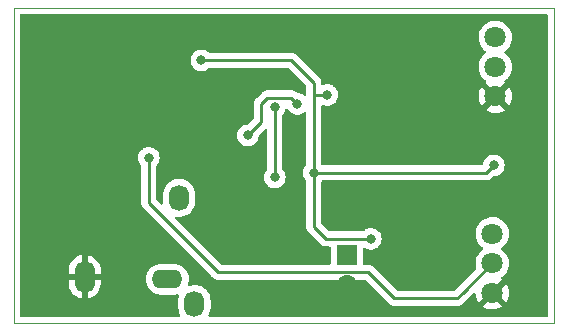
<source format=gbr>
G04 #@! TF.GenerationSoftware,KiCad,Pcbnew,(5.99.0-8616-g1e9639e89c)*
G04 #@! TF.CreationDate,2021-02-03T17:52:52+01:00*
G04 #@! TF.ProjectId,sinitsa,616c6c62-616e-4642-9e6b-696361645f70,rev?*
G04 #@! TF.SameCoordinates,Original*
G04 #@! TF.FileFunction,Copper,L2,Bot*
G04 #@! TF.FilePolarity,Positive*
%FSLAX46Y46*%
G04 Gerber Fmt 4.6, Leading zero omitted, Abs format (unit mm)*
G04 Created by KiCad (PCBNEW (5.99.0-8616-g1e9639e89c)) date 2021-02-03 17:52:52*
%MOMM*%
%LPD*%
G01*
G04 APERTURE LIST*
G04 #@! TA.AperFunction,Profile*
%ADD10C,0.050000*%
G04 #@! TD*
G04 #@! TA.AperFunction,ComponentPad*
%ADD11O,2.600000X1.600000*%
G04 #@! TD*
G04 #@! TA.AperFunction,ComponentPad*
%ADD12O,1.700000X2.200000*%
G04 #@! TD*
G04 #@! TA.AperFunction,ComponentPad*
%ADD13O,1.700000X2.700000*%
G04 #@! TD*
G04 #@! TA.AperFunction,ComponentPad*
%ADD14R,1.700000X1.700000*%
G04 #@! TD*
G04 #@! TA.AperFunction,ComponentPad*
%ADD15O,1.700000X1.700000*%
G04 #@! TD*
G04 #@! TA.AperFunction,ComponentPad*
%ADD16C,1.800000*%
G04 #@! TD*
G04 #@! TA.AperFunction,SMDPad,CuDef*
%ADD17R,5.080000X1.500000*%
G04 #@! TD*
G04 #@! TA.AperFunction,ViaPad*
%ADD18C,4.000000*%
G04 #@! TD*
G04 #@! TA.AperFunction,ViaPad*
%ADD19C,0.800000*%
G04 #@! TD*
G04 #@! TA.AperFunction,Conductor*
%ADD20C,0.250000*%
G04 #@! TD*
G04 APERTURE END LIST*
D10*
X96520000Y-105410000D02*
X96520000Y-132080000D01*
X142240000Y-105410000D02*
X142240000Y-132080000D01*
X96520000Y-132080000D02*
X142240000Y-132080000D01*
X142240000Y-105410000D02*
X96520000Y-105410000D01*
D11*
G04 #@! TO.P,J2,B,B*
G04 #@! TO.N,N/C*
X109517000Y-128384000D03*
D12*
G04 #@! TO.P,J2,R,R*
G04 #@! TO.N,Net-(C7-Pad2)*
X111817000Y-130484000D03*
D13*
G04 #@! TO.P,J2,S,S*
G04 #@! TO.N,GNDA*
X102517000Y-128184000D03*
D12*
G04 #@! TO.P,J2,T,T*
G04 #@! TO.N,Net-(C7-Pad2)*
X110517000Y-121484000D03*
G04 #@! TD*
D14*
G04 #@! TO.P,BAT1,1,Pin_1*
G04 #@! TO.N,Net-(BAT1-Pad1)*
X124714000Y-126365000D03*
D15*
G04 #@! TO.P,BAT1,2,Pin_2*
G04 #@! TO.N,GNDA*
X124714000Y-128905000D03*
G04 #@! TD*
D16*
G04 #@! TO.P,R18,1,1*
G04 #@! TO.N,GNDA*
X137287000Y-112903000D03*
G04 #@! TO.P,R18,2,2*
G04 #@! TO.N,Net-(R18-Pad2)*
X137287000Y-110403000D03*
G04 #@! TO.P,R18,3,3*
G04 #@! TO.N,Net-(C3-Pad1)*
X137287000Y-107903000D03*
G04 #@! TD*
G04 #@! TO.P,R20,1,1*
G04 #@! TO.N,GNDA*
X137033000Y-129540000D03*
G04 #@! TO.P,R20,2,2*
G04 #@! TO.N,Net-(L1-Pad1)*
X137033000Y-127040000D03*
G04 #@! TO.P,R20,3,3*
G04 #@! TO.N,Net-(R19-Pad2)*
X137033000Y-124540000D03*
G04 #@! TD*
D17*
G04 #@! TO.P,X1,2,Ext*
G04 #@! TO.N,GNDA*
X100330000Y-107510000D03*
X100330000Y-116010000D03*
G04 #@! TD*
D18*
G04 #@! TO.N,GNDA*
X106045000Y-109220000D03*
D19*
X140970000Y-106680000D03*
X120396000Y-130556000D03*
X139065000Y-120650000D03*
X121920000Y-106680000D03*
X111760000Y-106680000D03*
D18*
X132080000Y-110490000D03*
D19*
X107950000Y-111125000D03*
X127000000Y-106680000D03*
X128905000Y-121285000D03*
D18*
X132080000Y-127000000D03*
D19*
X106680000Y-106680000D03*
X101600000Y-118745000D03*
X119380000Y-111760000D03*
X140970000Y-125730000D03*
X114935000Y-121920000D03*
X114300000Y-129540000D03*
X106680000Y-121920000D03*
X116840000Y-106680000D03*
X132080000Y-106680000D03*
X101600000Y-121920000D03*
X125730000Y-116840000D03*
X129413000Y-113030000D03*
X110490000Y-118110000D03*
G04 #@! TO.N,+9V*
X121920000Y-119380000D03*
X123063000Y-112776000D03*
X137160000Y-118745000D03*
X112395000Y-109855000D03*
X126746000Y-124968000D03*
G04 #@! TO.N,Net-(C9-Pad2)*
X116332000Y-116205000D03*
X120523000Y-113538000D03*
G04 #@! TO.N,Net-(C10-Pad2)*
X118618000Y-113792000D03*
X118618000Y-119761000D03*
G04 #@! TO.N,Net-(L1-Pad1)*
X107950000Y-118110000D03*
G04 #@! TD*
D20*
G04 #@! TO.N,+9V*
X123063000Y-112776000D02*
X121920000Y-112776000D01*
X137160000Y-118745000D02*
X136525000Y-119380000D01*
X120015000Y-109855000D02*
X112395000Y-109855000D01*
X121920000Y-123952000D02*
X121920000Y-119380000D01*
X121920000Y-112776000D02*
X121920000Y-111760000D01*
X122936000Y-124968000D02*
X121920000Y-123952000D01*
X136525000Y-119380000D02*
X121920000Y-119380000D01*
X121920000Y-111760000D02*
X120015000Y-109855000D01*
X121920000Y-119380000D02*
X121920000Y-112776000D01*
X126746000Y-124968000D02*
X122936000Y-124968000D01*
G04 #@! TO.N,Net-(C9-Pad2)*
X117475000Y-115062000D02*
X117475000Y-113538000D01*
X116332000Y-116205000D02*
X117475000Y-115062000D01*
X117475000Y-113538000D02*
X117983000Y-113030000D01*
X117983000Y-113030000D02*
X120015000Y-113030000D01*
X120015000Y-113030000D02*
X120523000Y-113538000D01*
G04 #@! TO.N,Net-(C10-Pad2)*
X118618000Y-119761000D02*
X118618000Y-113792000D01*
G04 #@! TO.N,Net-(L1-Pad1)*
X134620000Y-129453000D02*
X134533000Y-129540000D01*
X107950000Y-121920000D02*
X107950000Y-118110000D01*
X134065999Y-130007001D02*
X128737001Y-130007001D01*
X134533000Y-129540000D02*
X134065999Y-130007001D01*
X128737001Y-130007001D02*
X126532999Y-127802999D01*
X113832999Y-127802999D02*
X107950000Y-121920000D01*
X126532999Y-127802999D02*
X113832999Y-127802999D01*
X137033000Y-127040000D02*
X134620000Y-129453000D01*
G04 #@! TD*
G04 #@! TA.AperFunction,Conductor*
G04 #@! TO.N,GNDA*
G36*
X141674121Y-105938002D02*
G01*
X141720614Y-105991658D01*
X141732000Y-106044000D01*
X141732000Y-131446000D01*
X141711998Y-131514121D01*
X141658342Y-131560614D01*
X141606000Y-131572000D01*
X113120002Y-131572000D01*
X113051881Y-131551998D01*
X113005388Y-131498342D01*
X112995284Y-131428068D01*
X113010500Y-131383668D01*
X113052112Y-131310566D01*
X113054755Y-131305923D01*
X113133422Y-131089198D01*
X113174449Y-130862317D01*
X113175500Y-130840030D01*
X113175500Y-130699193D01*
X136238636Y-130699193D01*
X136244708Y-130707305D01*
X136376034Y-130790486D01*
X136385480Y-130795403D01*
X136596128Y-130883304D01*
X136606256Y-130886555D01*
X136828701Y-130937706D01*
X136839240Y-130939206D01*
X137067119Y-130952146D01*
X137077762Y-130951849D01*
X137304563Y-130926209D01*
X137314998Y-130924125D01*
X137534256Y-130860631D01*
X137544173Y-130856824D01*
X137749598Y-130757296D01*
X137758736Y-130751870D01*
X137818022Y-130709505D01*
X137826425Y-130698782D01*
X137819446Y-130685657D01*
X137045811Y-129912021D01*
X137031868Y-129904408D01*
X137030034Y-129904539D01*
X137023420Y-129908790D01*
X136245393Y-130686818D01*
X136238636Y-130699193D01*
X113175500Y-130699193D01*
X113175500Y-130175072D01*
X113163166Y-130029706D01*
X113161458Y-130009576D01*
X113161457Y-130009572D01*
X113161007Y-130004265D01*
X113156669Y-129987549D01*
X113110563Y-129809912D01*
X113103084Y-129781098D01*
X113088785Y-129749354D01*
X113010578Y-129575743D01*
X113010577Y-129575741D01*
X113008388Y-129570882D01*
X113003863Y-129564160D01*
X112886745Y-129390199D01*
X112879627Y-129379626D01*
X112843736Y-129342002D01*
X112756630Y-129250692D01*
X112720482Y-129212799D01*
X112535504Y-129075171D01*
X112530753Y-129072755D01*
X112530749Y-129072753D01*
X112334740Y-128973097D01*
X112334739Y-128973097D01*
X112329982Y-128970678D01*
X112192566Y-128928009D01*
X112114895Y-128903891D01*
X112114889Y-128903890D01*
X112109792Y-128902307D01*
X112004798Y-128888391D01*
X111886515Y-128872714D01*
X111886510Y-128872714D01*
X111881230Y-128872014D01*
X111875900Y-128872214D01*
X111875899Y-128872214D01*
X111766030Y-128876339D01*
X111650831Y-128880663D01*
X111425184Y-128928009D01*
X111423628Y-128928624D01*
X111353733Y-128929039D01*
X111293780Y-128891010D01*
X111263904Y-128826605D01*
X111266806Y-128775323D01*
X111309121Y-128617402D01*
X111309121Y-128617400D01*
X111310545Y-128612087D01*
X111330500Y-128384000D01*
X111310545Y-128155913D01*
X111254483Y-127946689D01*
X111252709Y-127940067D01*
X111252708Y-127940065D01*
X111251286Y-127934757D01*
X111240621Y-127911885D01*
X111156850Y-127732237D01*
X111156847Y-127732232D01*
X111154524Y-127727250D01*
X111084842Y-127627733D01*
X111026358Y-127544209D01*
X111026356Y-127544206D01*
X111023199Y-127539698D01*
X110861302Y-127377801D01*
X110856794Y-127374644D01*
X110856791Y-127374642D01*
X110678259Y-127249633D01*
X110678257Y-127249632D01*
X110673750Y-127246476D01*
X110668768Y-127244153D01*
X110668763Y-127244150D01*
X110471225Y-127152037D01*
X110471224Y-127152036D01*
X110466243Y-127149714D01*
X110460935Y-127148292D01*
X110460933Y-127148291D01*
X110250402Y-127091879D01*
X110250400Y-127091879D01*
X110245087Y-127090455D01*
X110145522Y-127081744D01*
X110076874Y-127075738D01*
X110076867Y-127075738D01*
X110074150Y-127075500D01*
X108959850Y-127075500D01*
X108957133Y-127075738D01*
X108957126Y-127075738D01*
X108888478Y-127081744D01*
X108788913Y-127090455D01*
X108783600Y-127091879D01*
X108783598Y-127091879D01*
X108573067Y-127148291D01*
X108573065Y-127148292D01*
X108567757Y-127149714D01*
X108562776Y-127152036D01*
X108562775Y-127152037D01*
X108365237Y-127244150D01*
X108365232Y-127244153D01*
X108360250Y-127246476D01*
X108355743Y-127249632D01*
X108355741Y-127249633D01*
X108177209Y-127374642D01*
X108177206Y-127374644D01*
X108172698Y-127377801D01*
X108010801Y-127539698D01*
X108007644Y-127544206D01*
X108007642Y-127544209D01*
X107949158Y-127627733D01*
X107879476Y-127727250D01*
X107877153Y-127732232D01*
X107877150Y-127732237D01*
X107793379Y-127911885D01*
X107782714Y-127934757D01*
X107781292Y-127940065D01*
X107781291Y-127940067D01*
X107779517Y-127946689D01*
X107723455Y-128155913D01*
X107703500Y-128384000D01*
X107723455Y-128612087D01*
X107724879Y-128617400D01*
X107724879Y-128617402D01*
X107778189Y-128816354D01*
X107782714Y-128833243D01*
X107785036Y-128838224D01*
X107785037Y-128838225D01*
X107877150Y-129035763D01*
X107877153Y-129035768D01*
X107879476Y-129040750D01*
X107882632Y-129045257D01*
X107882633Y-129045259D01*
X107999946Y-129212799D01*
X108010801Y-129228302D01*
X108172698Y-129390199D01*
X108177206Y-129393356D01*
X108177209Y-129393358D01*
X108272584Y-129460140D01*
X108360250Y-129521524D01*
X108365232Y-129523847D01*
X108365237Y-129523850D01*
X108562775Y-129615963D01*
X108567757Y-129618286D01*
X108573065Y-129619708D01*
X108573067Y-129619709D01*
X108783598Y-129676121D01*
X108783600Y-129676121D01*
X108788913Y-129677545D01*
X108888478Y-129686256D01*
X108957126Y-129692262D01*
X108957133Y-129692262D01*
X108959850Y-129692500D01*
X110074150Y-129692500D01*
X110076867Y-129692262D01*
X110076874Y-129692262D01*
X110145522Y-129686256D01*
X110245087Y-129677545D01*
X110250400Y-129676121D01*
X110250402Y-129676121D01*
X110375480Y-129642606D01*
X110446456Y-129644296D01*
X110505252Y-129684090D01*
X110533200Y-129749354D01*
X110526530Y-129807303D01*
X110514946Y-129839218D01*
X110500578Y-129878802D01*
X110499629Y-129884051D01*
X110499628Y-129884054D01*
X110495924Y-129904539D01*
X110459551Y-130105683D01*
X110458500Y-130127970D01*
X110458500Y-130792928D01*
X110462497Y-130840030D01*
X110472010Y-130952146D01*
X110472993Y-130963735D01*
X110530916Y-131186902D01*
X110619554Y-131383668D01*
X110624320Y-131394249D01*
X110634061Y-131464574D01*
X110604236Y-131529002D01*
X110544313Y-131567077D01*
X110509438Y-131572000D01*
X97154000Y-131572000D01*
X97085879Y-131551998D01*
X97039386Y-131498342D01*
X97028000Y-131446000D01*
X97028000Y-128451548D01*
X101159000Y-128451548D01*
X101159000Y-128740267D01*
X101159225Y-128745576D01*
X101173035Y-128908331D01*
X101174827Y-128918819D01*
X101230048Y-129131573D01*
X101233580Y-129141601D01*
X101323853Y-129342002D01*
X101329033Y-129351308D01*
X101451782Y-129533634D01*
X101458443Y-129541920D01*
X101610170Y-129700970D01*
X101618127Y-129708010D01*
X101794477Y-129839218D01*
X101803514Y-129844822D01*
X101999450Y-129944441D01*
X102009301Y-129948441D01*
X102219222Y-130013622D01*
X102229604Y-130015905D01*
X102245041Y-130017951D01*
X102259208Y-130015754D01*
X102263000Y-130002570D01*
X102263000Y-128456115D01*
X102261659Y-128451548D01*
X102771000Y-128451548D01*
X102771000Y-130000283D01*
X102774973Y-130013814D01*
X102785580Y-130015339D01*
X102903446Y-129990609D01*
X102913642Y-129987549D01*
X103118068Y-129906818D01*
X103127604Y-129902084D01*
X103315514Y-129788058D01*
X103324104Y-129781794D01*
X103490116Y-129637736D01*
X103497536Y-129630105D01*
X103636900Y-129460140D01*
X103642925Y-129451373D01*
X103751658Y-129260356D01*
X103756123Y-129250692D01*
X103831118Y-129044084D01*
X103833889Y-129033816D01*
X103873212Y-128816354D01*
X103874147Y-128808124D01*
X103874930Y-128791514D01*
X103875000Y-128788539D01*
X103875000Y-128456115D01*
X103870525Y-128440876D01*
X103869135Y-128439671D01*
X103861452Y-128438000D01*
X102789115Y-128438000D01*
X102773876Y-128442475D01*
X102772671Y-128443865D01*
X102771000Y-128451548D01*
X102261659Y-128451548D01*
X102258525Y-128440876D01*
X102257135Y-128439671D01*
X102249452Y-128438000D01*
X101177115Y-128438000D01*
X101161876Y-128442475D01*
X101160671Y-128443865D01*
X101159000Y-128451548D01*
X97028000Y-128451548D01*
X97028000Y-127579461D01*
X101159000Y-127579461D01*
X101159000Y-127911885D01*
X101163475Y-127927124D01*
X101164865Y-127928329D01*
X101172548Y-127930000D01*
X102244885Y-127930000D01*
X102260124Y-127925525D01*
X102261329Y-127924135D01*
X102263000Y-127916452D01*
X102263000Y-126367717D01*
X102262328Y-126365430D01*
X102771000Y-126365430D01*
X102771000Y-127911885D01*
X102775475Y-127927124D01*
X102776865Y-127928329D01*
X102784548Y-127930000D01*
X103856885Y-127930000D01*
X103872124Y-127925525D01*
X103873329Y-127924135D01*
X103875000Y-127916452D01*
X103875000Y-127627733D01*
X103874775Y-127622424D01*
X103860965Y-127459669D01*
X103859173Y-127449181D01*
X103803952Y-127236427D01*
X103800420Y-127226399D01*
X103710147Y-127025998D01*
X103704967Y-127016692D01*
X103582218Y-126834366D01*
X103575557Y-126826080D01*
X103423830Y-126667030D01*
X103415873Y-126659990D01*
X103239523Y-126528782D01*
X103230486Y-126523178D01*
X103034550Y-126423559D01*
X103024699Y-126419559D01*
X102814778Y-126354378D01*
X102804396Y-126352095D01*
X102788959Y-126350049D01*
X102774792Y-126352246D01*
X102771000Y-126365430D01*
X102262328Y-126365430D01*
X102259027Y-126354186D01*
X102248420Y-126352661D01*
X102130554Y-126377391D01*
X102120358Y-126380451D01*
X101915932Y-126461182D01*
X101906396Y-126465916D01*
X101718486Y-126579942D01*
X101709896Y-126586206D01*
X101543884Y-126730264D01*
X101536464Y-126737895D01*
X101397100Y-126907860D01*
X101391075Y-126916627D01*
X101282342Y-127107644D01*
X101277877Y-127117308D01*
X101202882Y-127323916D01*
X101200111Y-127334184D01*
X101160788Y-127551646D01*
X101159853Y-127559876D01*
X101159070Y-127576486D01*
X101159000Y-127579461D01*
X97028000Y-127579461D01*
X97028000Y-118110000D01*
X107036500Y-118110000D01*
X107056462Y-118299927D01*
X107115476Y-118481554D01*
X107210963Y-118646942D01*
X107215381Y-118651849D01*
X107215382Y-118651850D01*
X107284136Y-118728209D01*
X107314854Y-118792216D01*
X107316500Y-118812519D01*
X107316500Y-121841616D01*
X107315986Y-121852520D01*
X107314334Y-121859911D01*
X107314583Y-121867837D01*
X107314583Y-121867838D01*
X107316438Y-121926866D01*
X107316500Y-121930823D01*
X107316500Y-121959578D01*
X107316996Y-121963503D01*
X107316996Y-121963504D01*
X107317039Y-121963843D01*
X107317972Y-121975687D01*
X107319361Y-122019883D01*
X107321573Y-122027495D01*
X107325012Y-122039333D01*
X107329022Y-122058695D01*
X107331560Y-122078788D01*
X107334476Y-122086153D01*
X107334477Y-122086157D01*
X107347837Y-122119901D01*
X107351681Y-122131128D01*
X107364014Y-122173578D01*
X107368052Y-122180406D01*
X107374323Y-122191011D01*
X107383019Y-122208762D01*
X107387558Y-122220226D01*
X107390478Y-122227600D01*
X107395139Y-122234015D01*
X107416465Y-122263367D01*
X107422983Y-122273290D01*
X107445486Y-122311341D01*
X107445855Y-122311759D01*
X107459938Y-122325842D01*
X107472772Y-122340867D01*
X107484554Y-122357083D01*
X107518335Y-122385029D01*
X107527115Y-122393019D01*
X113329608Y-128195512D01*
X113336968Y-128203600D01*
X113341026Y-128209994D01*
X113346803Y-128215419D01*
X113389877Y-128255868D01*
X113392719Y-128258623D01*
X113413033Y-128278937D01*
X113416444Y-128281582D01*
X113425464Y-128289286D01*
X113457698Y-128319556D01*
X113464642Y-128323373D01*
X113464644Y-128323375D01*
X113475452Y-128329317D01*
X113491976Y-128340171D01*
X113507976Y-128352582D01*
X113515247Y-128355729D01*
X113515248Y-128355729D01*
X113548550Y-128370140D01*
X113559206Y-128375361D01*
X113597951Y-128396661D01*
X113605634Y-128398633D01*
X113605635Y-128398634D01*
X113617567Y-128401698D01*
X113636271Y-128408102D01*
X113647584Y-128412998D01*
X113647591Y-128413000D01*
X113654863Y-128416147D01*
X113662687Y-128417386D01*
X113662690Y-128417387D01*
X113698534Y-128423064D01*
X113710155Y-128425471D01*
X113747217Y-128434986D01*
X113752974Y-128436464D01*
X113753530Y-128436499D01*
X113773451Y-128436499D01*
X113793161Y-128438050D01*
X113805113Y-128439943D01*
X113805114Y-128439943D01*
X113812943Y-128441183D01*
X113820835Y-128440437D01*
X113828938Y-128439671D01*
X113856582Y-128437058D01*
X113868439Y-128436499D01*
X126218405Y-128436499D01*
X126286526Y-128456501D01*
X126307500Y-128473404D01*
X128233610Y-130399514D01*
X128240970Y-130407602D01*
X128245028Y-130413996D01*
X128250805Y-130419421D01*
X128293879Y-130459870D01*
X128296721Y-130462625D01*
X128317035Y-130482939D01*
X128320167Y-130485368D01*
X128320171Y-130485372D01*
X128320443Y-130485583D01*
X128329470Y-130493292D01*
X128361700Y-130523558D01*
X128379459Y-130533321D01*
X128395966Y-130544164D01*
X128411978Y-130556585D01*
X128419255Y-130559734D01*
X128452552Y-130574143D01*
X128463212Y-130579365D01*
X128495011Y-130596847D01*
X128495014Y-130596848D01*
X128501953Y-130600663D01*
X128521573Y-130605701D01*
X128540265Y-130612100D01*
X128558866Y-130620149D01*
X128566693Y-130621389D01*
X128566694Y-130621389D01*
X128602532Y-130627065D01*
X128614155Y-130629472D01*
X128656976Y-130640466D01*
X128657532Y-130640501D01*
X128677448Y-130640501D01*
X128697158Y-130642052D01*
X128716946Y-130645186D01*
X128724838Y-130644440D01*
X128760594Y-130641060D01*
X128772452Y-130640501D01*
X133987615Y-130640501D01*
X133998519Y-130641015D01*
X134005910Y-130642667D01*
X134013836Y-130642418D01*
X134013837Y-130642418D01*
X134072865Y-130640563D01*
X134076822Y-130640501D01*
X134105577Y-130640501D01*
X134109844Y-130639962D01*
X134121686Y-130639029D01*
X134153334Y-130638034D01*
X134157959Y-130637889D01*
X134165882Y-130637640D01*
X134185333Y-130631989D01*
X134204694Y-130627979D01*
X134207419Y-130627635D01*
X134216929Y-130626434D01*
X134216932Y-130626433D01*
X134224787Y-130625441D01*
X134232152Y-130622525D01*
X134232156Y-130622524D01*
X134265900Y-130609164D01*
X134277129Y-130605319D01*
X134286378Y-130602632D01*
X134319577Y-130592987D01*
X134326405Y-130588949D01*
X134337010Y-130582678D01*
X134354761Y-130573982D01*
X134366225Y-130569443D01*
X134366228Y-130569441D01*
X134373599Y-130566523D01*
X134409367Y-130540536D01*
X134419290Y-130534017D01*
X134430525Y-130527373D01*
X134457340Y-130511515D01*
X134457758Y-130511146D01*
X134471841Y-130497063D01*
X134486866Y-130484229D01*
X134503082Y-130472447D01*
X134531029Y-130438665D01*
X134539018Y-130429886D01*
X135409194Y-129559710D01*
X135471506Y-129525684D01*
X135542321Y-129530749D01*
X135599157Y-129573296D01*
X135623935Y-129639362D01*
X135624826Y-129651215D01*
X135661124Y-129876574D01*
X135663695Y-129886883D01*
X135737445Y-130102903D01*
X135741719Y-130112639D01*
X135850809Y-130313140D01*
X135856664Y-130322020D01*
X135860923Y-130327422D01*
X135872848Y-130335893D01*
X135884382Y-130329407D01*
X136672658Y-129541132D01*
X137397408Y-129541132D01*
X137397539Y-129542966D01*
X137401790Y-129549580D01*
X138179057Y-130326846D01*
X138190844Y-130333282D01*
X138202839Y-130324010D01*
X138251156Y-130255135D01*
X138256505Y-130245944D01*
X138354233Y-130039666D01*
X138357957Y-130029706D01*
X138419531Y-129809912D01*
X138421526Y-129799456D01*
X138445432Y-129570076D01*
X138445768Y-129564160D01*
X138445972Y-129542963D01*
X138445750Y-129537052D01*
X138426250Y-129307236D01*
X138424460Y-129296764D01*
X138367116Y-129075827D01*
X138363581Y-129065787D01*
X138269832Y-128857674D01*
X138264661Y-128848383D01*
X138202018Y-128755336D01*
X138192012Y-128747032D01*
X138177954Y-128754257D01*
X137405021Y-129527189D01*
X137397408Y-129541132D01*
X136672658Y-129541132D01*
X137033000Y-129180790D01*
X137820454Y-128393335D01*
X137827183Y-128381013D01*
X137817935Y-128368697D01*
X137793027Y-128302213D01*
X137808017Y-128232817D01*
X137845434Y-128190527D01*
X137949117Y-128116434D01*
X138117388Y-127946689D01*
X138133210Y-127924135D01*
X138251588Y-127755387D01*
X138251589Y-127755385D01*
X138254652Y-127751019D01*
X138356986Y-127535018D01*
X138421463Y-127304863D01*
X138424401Y-127276681D01*
X138445933Y-127070083D01*
X138445933Y-127070080D01*
X138446240Y-127067136D01*
X138446373Y-127053306D01*
X138446472Y-127042962D01*
X138446472Y-127042954D01*
X138446500Y-127040000D01*
X138426292Y-126801840D01*
X138409695Y-126737895D01*
X138367586Y-126575655D01*
X138367584Y-126575650D01*
X138366245Y-126570490D01*
X138308577Y-126442472D01*
X138270267Y-126357426D01*
X138270266Y-126357423D01*
X138268077Y-126352565D01*
X138134594Y-126154296D01*
X137969613Y-125981351D01*
X137965340Y-125978172D01*
X137965330Y-125978163D01*
X137848023Y-125890885D01*
X137805309Y-125834175D01*
X137800036Y-125763374D01*
X137833878Y-125700963D01*
X137849977Y-125687282D01*
X137944764Y-125619546D01*
X137944773Y-125619538D01*
X137949117Y-125616434D01*
X138051925Y-125512725D01*
X138113635Y-125450475D01*
X138113636Y-125450474D01*
X138117388Y-125446689D01*
X138254652Y-125251019D01*
X138356986Y-125035018D01*
X138421463Y-124804863D01*
X138438023Y-124645982D01*
X138445933Y-124570083D01*
X138445933Y-124570080D01*
X138446240Y-124567136D01*
X138446500Y-124540000D01*
X138426292Y-124301840D01*
X138413415Y-124252226D01*
X138367586Y-124075655D01*
X138367584Y-124075650D01*
X138366245Y-124070490D01*
X138268077Y-123852565D01*
X138134594Y-123654296D01*
X137969613Y-123481351D01*
X137777852Y-123338677D01*
X137773101Y-123336261D01*
X137773097Y-123336259D01*
X137569549Y-123232770D01*
X137569548Y-123232770D01*
X137564793Y-123230352D01*
X137336528Y-123159474D01*
X137315210Y-123156648D01*
X137104868Y-123128769D01*
X137104865Y-123128769D01*
X137099585Y-123128069D01*
X137094256Y-123128269D01*
X137094255Y-123128269D01*
X136997684Y-123131895D01*
X136860738Y-123137036D01*
X136774316Y-123155169D01*
X136632043Y-123185021D01*
X136632040Y-123185022D01*
X136626816Y-123186118D01*
X136404508Y-123273911D01*
X136399944Y-123276680D01*
X136399945Y-123276680D01*
X136204732Y-123395138D01*
X136204729Y-123395140D01*
X136200171Y-123397906D01*
X136019647Y-123554557D01*
X136016264Y-123558683D01*
X136016259Y-123558688D01*
X135937866Y-123654296D01*
X135868098Y-123739385D01*
X135749857Y-123947104D01*
X135668304Y-124171777D01*
X135667355Y-124177025D01*
X135645553Y-124297595D01*
X135625773Y-124406978D01*
X135625722Y-124412318D01*
X135624525Y-124537052D01*
X135623479Y-124645982D01*
X135624328Y-124651252D01*
X135624328Y-124651254D01*
X135649070Y-124804863D01*
X135661487Y-124881957D01*
X135663212Y-124887009D01*
X135663212Y-124887010D01*
X135711989Y-125029881D01*
X135738711Y-125108153D01*
X135852943Y-125318105D01*
X136000916Y-125505807D01*
X136178399Y-125665895D01*
X136182913Y-125668754D01*
X136204450Y-125682396D01*
X136251294Y-125735745D01*
X136261860Y-125805951D01*
X136232791Y-125870724D01*
X136208557Y-125891316D01*
X136209049Y-125891990D01*
X136204733Y-125895137D01*
X136200171Y-125897906D01*
X136019647Y-126054557D01*
X136016264Y-126058683D01*
X136016259Y-126058688D01*
X135937866Y-126154296D01*
X135868098Y-126239385D01*
X135749857Y-126447104D01*
X135668304Y-126671777D01*
X135625773Y-126906978D01*
X135624720Y-127016692D01*
X135623608Y-127132594D01*
X135623479Y-127145982D01*
X135624328Y-127151252D01*
X135624328Y-127151254D01*
X135660309Y-127374642D01*
X135661487Y-127381957D01*
X135663212Y-127387009D01*
X135663212Y-127387010D01*
X135670139Y-127407299D01*
X135673219Y-127478228D01*
X135639992Y-127537104D01*
X134228271Y-128948825D01*
X134228241Y-128948854D01*
X134141241Y-129035855D01*
X133840500Y-129336596D01*
X133778188Y-129370621D01*
X133751404Y-129373501D01*
X129051596Y-129373501D01*
X128983475Y-129353499D01*
X128962501Y-129336596D01*
X127036390Y-127410486D01*
X127029030Y-127402398D01*
X127024972Y-127396004D01*
X127004403Y-127376688D01*
X126976121Y-127350130D01*
X126973279Y-127347375D01*
X126952965Y-127327061D01*
X126949554Y-127324416D01*
X126940532Y-127316710D01*
X126933383Y-127309996D01*
X126908300Y-127286442D01*
X126901356Y-127282625D01*
X126901354Y-127282623D01*
X126890546Y-127276681D01*
X126874022Y-127265827D01*
X126864285Y-127258274D01*
X126864284Y-127258274D01*
X126858022Y-127253416D01*
X126817446Y-127235857D01*
X126806789Y-127230636D01*
X126799082Y-127226399D01*
X126768047Y-127209337D01*
X126760364Y-127207365D01*
X126760363Y-127207364D01*
X126748431Y-127204300D01*
X126729727Y-127197896D01*
X126718414Y-127193000D01*
X126718407Y-127192998D01*
X126711135Y-127189851D01*
X126703311Y-127188612D01*
X126703308Y-127188611D01*
X126667464Y-127182934D01*
X126655843Y-127180527D01*
X126618781Y-127171012D01*
X126618780Y-127171012D01*
X126613024Y-127169534D01*
X126612468Y-127169499D01*
X126592547Y-127169499D01*
X126572837Y-127167948D01*
X126560885Y-127166055D01*
X126560884Y-127166055D01*
X126553055Y-127164815D01*
X126545163Y-127165561D01*
X126509417Y-127168940D01*
X126497559Y-127169499D01*
X126203500Y-127169499D01*
X126135379Y-127149497D01*
X126088886Y-127095841D01*
X126077500Y-127043499D01*
X126077500Y-125852557D01*
X126097502Y-125784436D01*
X126151158Y-125737943D01*
X126221432Y-125727839D01*
X126277563Y-125750623D01*
X126283906Y-125755232D01*
X126283908Y-125755233D01*
X126289250Y-125759114D01*
X126295278Y-125761798D01*
X126295280Y-125761799D01*
X126457682Y-125834105D01*
X126463713Y-125836790D01*
X126557113Y-125856643D01*
X126644056Y-125875124D01*
X126644061Y-125875124D01*
X126650513Y-125876496D01*
X126841487Y-125876496D01*
X126847939Y-125875124D01*
X126847944Y-125875124D01*
X126934887Y-125856643D01*
X127028287Y-125836790D01*
X127034318Y-125834105D01*
X127196720Y-125761799D01*
X127196722Y-125761798D01*
X127202750Y-125759114D01*
X127246263Y-125727500D01*
X127351907Y-125650746D01*
X127351909Y-125650744D01*
X127357251Y-125646863D01*
X127384649Y-125616434D01*
X127480618Y-125509850D01*
X127480619Y-125509849D01*
X127485037Y-125504942D01*
X127580524Y-125339554D01*
X127639538Y-125157927D01*
X127644770Y-125108153D01*
X127658810Y-124974565D01*
X127659500Y-124968000D01*
X127639538Y-124778073D01*
X127580524Y-124596446D01*
X127485037Y-124431058D01*
X127479600Y-124425019D01*
X127361673Y-124294048D01*
X127361672Y-124294047D01*
X127357251Y-124289137D01*
X127351909Y-124285256D01*
X127351907Y-124285254D01*
X127208092Y-124180767D01*
X127208091Y-124180766D01*
X127202750Y-124176886D01*
X127196722Y-124174202D01*
X127196720Y-124174201D01*
X127034318Y-124101895D01*
X127034317Y-124101895D01*
X127028287Y-124099210D01*
X126917471Y-124075655D01*
X126847944Y-124060876D01*
X126847939Y-124060876D01*
X126841487Y-124059504D01*
X126650513Y-124059504D01*
X126644061Y-124060876D01*
X126644056Y-124060876D01*
X126574529Y-124075655D01*
X126463713Y-124099210D01*
X126457683Y-124101895D01*
X126457682Y-124101895D01*
X126295280Y-124174201D01*
X126295278Y-124174202D01*
X126289250Y-124176886D01*
X126283909Y-124180766D01*
X126283908Y-124180767D01*
X126140093Y-124285254D01*
X126140091Y-124285256D01*
X126134749Y-124289137D01*
X126130328Y-124294047D01*
X126125425Y-124298462D01*
X126124299Y-124297211D01*
X126071000Y-124330049D01*
X126037806Y-124334500D01*
X123250594Y-124334500D01*
X123182473Y-124314498D01*
X123161499Y-124297595D01*
X122590405Y-123726501D01*
X122556379Y-123664189D01*
X122553500Y-123637406D01*
X122553500Y-120139500D01*
X122573502Y-120071379D01*
X122627158Y-120024886D01*
X122679500Y-120013500D01*
X136446616Y-120013500D01*
X136457520Y-120014014D01*
X136464911Y-120015666D01*
X136472837Y-120015417D01*
X136472838Y-120015417D01*
X136531866Y-120013562D01*
X136535823Y-120013500D01*
X136564578Y-120013500D01*
X136568845Y-120012961D01*
X136580687Y-120012028D01*
X136612335Y-120011033D01*
X136616960Y-120010888D01*
X136624883Y-120010639D01*
X136644334Y-120004988D01*
X136663695Y-120000978D01*
X136666420Y-120000634D01*
X136675930Y-119999433D01*
X136675933Y-119999432D01*
X136683788Y-119998440D01*
X136691153Y-119995524D01*
X136691157Y-119995523D01*
X136724901Y-119982163D01*
X136736130Y-119978318D01*
X136778578Y-119965986D01*
X136785406Y-119961948D01*
X136796011Y-119955677D01*
X136813762Y-119946981D01*
X136825226Y-119942442D01*
X136825229Y-119942440D01*
X136832600Y-119939522D01*
X136868368Y-119913535D01*
X136878291Y-119907016D01*
X136887439Y-119901606D01*
X136916341Y-119884514D01*
X136916759Y-119884145D01*
X136930842Y-119870062D01*
X136945867Y-119857228D01*
X136962083Y-119845446D01*
X136990030Y-119811664D01*
X136998019Y-119802885D01*
X137110503Y-119690401D01*
X137172815Y-119656375D01*
X137199598Y-119653496D01*
X137255487Y-119653496D01*
X137261939Y-119652124D01*
X137261944Y-119652124D01*
X137348887Y-119633643D01*
X137442287Y-119613790D01*
X137555548Y-119563363D01*
X137610720Y-119538799D01*
X137610722Y-119538798D01*
X137616750Y-119536114D01*
X137622092Y-119532233D01*
X137765907Y-119427746D01*
X137765909Y-119427744D01*
X137771251Y-119423863D01*
X137810745Y-119380000D01*
X137894618Y-119286850D01*
X137894619Y-119286849D01*
X137899037Y-119281942D01*
X137994524Y-119116554D01*
X138053538Y-118934927D01*
X138073500Y-118745000D01*
X138053538Y-118555073D01*
X137994524Y-118373446D01*
X137899037Y-118208058D01*
X137816657Y-118116565D01*
X137775673Y-118071048D01*
X137775672Y-118071047D01*
X137771251Y-118066137D01*
X137765909Y-118062256D01*
X137765907Y-118062254D01*
X137622092Y-117957767D01*
X137622091Y-117957766D01*
X137616750Y-117953886D01*
X137610722Y-117951202D01*
X137610720Y-117951201D01*
X137448318Y-117878895D01*
X137448317Y-117878895D01*
X137442287Y-117876210D01*
X137348887Y-117856357D01*
X137261944Y-117837876D01*
X137261939Y-117837876D01*
X137255487Y-117836504D01*
X137064513Y-117836504D01*
X137058061Y-117837876D01*
X137058056Y-117837876D01*
X136971113Y-117856357D01*
X136877713Y-117876210D01*
X136871683Y-117878895D01*
X136871682Y-117878895D01*
X136709280Y-117951201D01*
X136709278Y-117951202D01*
X136703250Y-117953886D01*
X136697909Y-117957766D01*
X136697908Y-117957767D01*
X136554093Y-118062254D01*
X136554091Y-118062256D01*
X136548749Y-118066137D01*
X136544328Y-118071047D01*
X136544327Y-118071048D01*
X136503344Y-118116565D01*
X136420963Y-118208058D01*
X136325476Y-118373446D01*
X136266462Y-118555073D01*
X136265772Y-118561636D01*
X136265772Y-118561637D01*
X136258201Y-118633671D01*
X136231188Y-118699327D01*
X136172966Y-118739957D01*
X136132891Y-118746500D01*
X122679500Y-118746500D01*
X122611379Y-118726498D01*
X122564886Y-118672842D01*
X122553500Y-118620500D01*
X122553500Y-114062193D01*
X136492636Y-114062193D01*
X136498708Y-114070305D01*
X136630034Y-114153486D01*
X136639480Y-114158403D01*
X136850128Y-114246304D01*
X136860256Y-114249555D01*
X137082701Y-114300706D01*
X137093240Y-114302206D01*
X137321119Y-114315146D01*
X137331762Y-114314849D01*
X137558563Y-114289209D01*
X137568998Y-114287125D01*
X137788256Y-114223631D01*
X137798173Y-114219824D01*
X138003598Y-114120296D01*
X138012736Y-114114870D01*
X138072022Y-114072505D01*
X138080425Y-114061782D01*
X138073446Y-114048657D01*
X137299811Y-113275021D01*
X137285868Y-113267408D01*
X137284034Y-113267539D01*
X137277420Y-113271790D01*
X136499393Y-114049818D01*
X136492636Y-114062193D01*
X122553500Y-114062193D01*
X122553500Y-113737652D01*
X122573502Y-113669531D01*
X122627158Y-113623038D01*
X122697432Y-113612934D01*
X122730748Y-113622545D01*
X122774678Y-113642104D01*
X122774686Y-113642107D01*
X122780713Y-113644790D01*
X122868736Y-113663500D01*
X122961056Y-113683124D01*
X122961061Y-113683124D01*
X122967513Y-113684496D01*
X123158487Y-113684496D01*
X123164939Y-113683124D01*
X123164944Y-113683124D01*
X123257264Y-113663500D01*
X123345287Y-113644790D01*
X123395250Y-113622545D01*
X123513720Y-113569799D01*
X123513722Y-113569798D01*
X123519750Y-113567114D01*
X123587427Y-113517944D01*
X123668907Y-113458746D01*
X123668909Y-113458744D01*
X123674251Y-113454863D01*
X123759788Y-113359864D01*
X123797618Y-113317850D01*
X123797619Y-113317849D01*
X123802037Y-113312942D01*
X123897524Y-113147554D01*
X123944296Y-113003603D01*
X135878028Y-113003603D01*
X135878826Y-113014216D01*
X135915124Y-113239574D01*
X135917695Y-113249883D01*
X135991445Y-113465903D01*
X135995719Y-113475639D01*
X136104809Y-113676140D01*
X136110664Y-113685020D01*
X136114923Y-113690422D01*
X136126849Y-113698893D01*
X136138382Y-113692407D01*
X136914979Y-112915811D01*
X136921356Y-112904132D01*
X137651408Y-112904132D01*
X137651539Y-112905966D01*
X137655790Y-112912580D01*
X138433057Y-113689846D01*
X138444844Y-113696282D01*
X138456839Y-113687010D01*
X138505156Y-113618135D01*
X138510505Y-113608944D01*
X138608233Y-113402666D01*
X138611957Y-113392706D01*
X138673531Y-113172912D01*
X138675526Y-113162456D01*
X138699432Y-112933076D01*
X138699768Y-112927160D01*
X138699972Y-112905963D01*
X138699750Y-112900052D01*
X138680250Y-112670236D01*
X138678460Y-112659764D01*
X138621116Y-112438827D01*
X138617581Y-112428787D01*
X138523832Y-112220674D01*
X138518661Y-112211383D01*
X138456018Y-112118336D01*
X138446012Y-112110032D01*
X138431954Y-112117257D01*
X137659021Y-112890189D01*
X137651408Y-112904132D01*
X136921356Y-112904132D01*
X136922592Y-112901868D01*
X136922461Y-112900034D01*
X136918210Y-112893420D01*
X136137547Y-112112758D01*
X136124366Y-112105560D01*
X136118462Y-112109779D01*
X136006951Y-112305674D01*
X136002488Y-112315334D01*
X135924608Y-112529891D01*
X135921837Y-112540159D01*
X135881221Y-112764771D01*
X135880220Y-112775364D01*
X135878028Y-113003603D01*
X123944296Y-113003603D01*
X123956538Y-112965927D01*
X123962841Y-112905963D01*
X123975810Y-112782565D01*
X123976500Y-112776000D01*
X123960420Y-112623005D01*
X123957228Y-112592637D01*
X123957228Y-112592636D01*
X123956538Y-112586073D01*
X123952738Y-112574376D01*
X123899566Y-112410731D01*
X123897524Y-112404446D01*
X123893788Y-112397974D01*
X123805338Y-112244776D01*
X123802037Y-112239058D01*
X123777119Y-112211383D01*
X123678673Y-112102048D01*
X123678672Y-112102047D01*
X123674251Y-112097137D01*
X123668909Y-112093256D01*
X123668907Y-112093254D01*
X123525092Y-111988767D01*
X123525091Y-111988766D01*
X123519750Y-111984886D01*
X123513722Y-111982202D01*
X123513720Y-111982201D01*
X123351318Y-111909895D01*
X123351317Y-111909895D01*
X123345287Y-111907210D01*
X123251887Y-111887357D01*
X123164944Y-111868876D01*
X123164939Y-111868876D01*
X123158487Y-111867504D01*
X122967513Y-111867504D01*
X122961061Y-111868876D01*
X122961056Y-111868876D01*
X122874113Y-111887357D01*
X122780713Y-111907210D01*
X122774683Y-111909895D01*
X122774682Y-111909895D01*
X122732769Y-111928556D01*
X122662402Y-111937990D01*
X122598105Y-111907884D01*
X122560291Y-111847795D01*
X122555582Y-111817407D01*
X122553562Y-111753135D01*
X122553500Y-111749177D01*
X122553500Y-111720422D01*
X122552961Y-111716155D01*
X122552027Y-111704305D01*
X122550888Y-111668042D01*
X122550639Y-111660117D01*
X122544987Y-111640661D01*
X122540978Y-111621302D01*
X122539434Y-111609079D01*
X122539434Y-111609078D01*
X122538440Y-111601212D01*
X122533230Y-111588054D01*
X122522168Y-111560111D01*
X122518323Y-111548882D01*
X122508199Y-111514035D01*
X122508198Y-111514034D01*
X122505987Y-111506422D01*
X122495674Y-111488983D01*
X122486978Y-111471231D01*
X122482442Y-111459775D01*
X122479522Y-111452400D01*
X122453533Y-111416629D01*
X122447016Y-111406708D01*
X122427548Y-111373790D01*
X122424514Y-111368659D01*
X122424145Y-111368241D01*
X122410062Y-111354158D01*
X122397228Y-111339133D01*
X122385446Y-111322917D01*
X122351664Y-111294970D01*
X122342885Y-111286981D01*
X120518391Y-109462487D01*
X120511031Y-109454399D01*
X120506973Y-109448005D01*
X120458121Y-109402130D01*
X120455280Y-109399376D01*
X120434966Y-109379062D01*
X120431555Y-109376417D01*
X120422533Y-109368711D01*
X120396077Y-109343867D01*
X120390301Y-109338443D01*
X120383357Y-109334626D01*
X120383355Y-109334624D01*
X120372547Y-109328682D01*
X120356023Y-109317828D01*
X120346286Y-109310275D01*
X120346285Y-109310275D01*
X120340023Y-109305417D01*
X120299447Y-109287858D01*
X120288790Y-109282637D01*
X120250048Y-109261338D01*
X120242365Y-109259366D01*
X120242364Y-109259365D01*
X120230432Y-109256301D01*
X120211728Y-109249897D01*
X120200415Y-109245001D01*
X120200408Y-109244999D01*
X120193136Y-109241852D01*
X120185312Y-109240613D01*
X120185309Y-109240612D01*
X120149465Y-109234935D01*
X120137844Y-109232528D01*
X120100782Y-109223013D01*
X120100781Y-109223013D01*
X120095025Y-109221535D01*
X120094469Y-109221500D01*
X120074548Y-109221500D01*
X120054838Y-109219949D01*
X120042886Y-109218056D01*
X120042885Y-109218056D01*
X120035056Y-109216816D01*
X120027164Y-109217562D01*
X119991418Y-109220941D01*
X119979560Y-109221500D01*
X113103194Y-109221500D01*
X113035073Y-109201498D01*
X113015849Y-109185158D01*
X113015575Y-109185462D01*
X113010672Y-109181047D01*
X113006251Y-109176137D01*
X113000909Y-109172256D01*
X113000907Y-109172254D01*
X112857092Y-109067767D01*
X112857091Y-109067766D01*
X112851750Y-109063886D01*
X112845722Y-109061202D01*
X112845720Y-109061201D01*
X112683318Y-108988895D01*
X112683317Y-108988895D01*
X112677287Y-108986210D01*
X112583887Y-108966357D01*
X112496944Y-108947876D01*
X112496939Y-108947876D01*
X112490487Y-108946504D01*
X112299513Y-108946504D01*
X112293061Y-108947876D01*
X112293056Y-108947876D01*
X112206113Y-108966357D01*
X112112713Y-108986210D01*
X112106683Y-108988895D01*
X112106682Y-108988895D01*
X111944280Y-109061201D01*
X111944278Y-109061202D01*
X111938250Y-109063886D01*
X111932909Y-109067766D01*
X111932908Y-109067767D01*
X111789093Y-109172254D01*
X111789091Y-109172256D01*
X111783749Y-109176137D01*
X111779328Y-109181047D01*
X111779327Y-109181048D01*
X111670179Y-109302270D01*
X111655963Y-109318058D01*
X111560476Y-109483446D01*
X111558434Y-109489731D01*
X111521831Y-109602385D01*
X111501462Y-109665073D01*
X111481500Y-109855000D01*
X111501462Y-110044927D01*
X111560476Y-110226554D01*
X111563779Y-110232276D01*
X111563780Y-110232277D01*
X111585547Y-110269978D01*
X111655963Y-110391942D01*
X111660381Y-110396849D01*
X111660382Y-110396850D01*
X111687684Y-110427172D01*
X111783749Y-110533863D01*
X111789091Y-110537744D01*
X111789093Y-110537746D01*
X111932908Y-110642233D01*
X111938250Y-110646114D01*
X111944278Y-110648798D01*
X111944280Y-110648799D01*
X112106682Y-110721105D01*
X112112713Y-110723790D01*
X112206113Y-110743643D01*
X112293056Y-110762124D01*
X112293061Y-110762124D01*
X112299513Y-110763496D01*
X112490487Y-110763496D01*
X112496939Y-110762124D01*
X112496944Y-110762124D01*
X112583887Y-110743643D01*
X112677287Y-110723790D01*
X112683318Y-110721105D01*
X112845720Y-110648799D01*
X112845722Y-110648798D01*
X112851750Y-110646114D01*
X112857092Y-110642233D01*
X113000907Y-110537746D01*
X113000909Y-110537744D01*
X113006251Y-110533863D01*
X113010673Y-110528952D01*
X113015575Y-110524538D01*
X113016701Y-110525789D01*
X113070000Y-110492951D01*
X113103194Y-110488500D01*
X119700406Y-110488500D01*
X119768527Y-110508502D01*
X119789501Y-110525405D01*
X121249595Y-111985499D01*
X121283621Y-112047811D01*
X121286500Y-112074594D01*
X121286500Y-112704393D01*
X121284268Y-112728001D01*
X121282760Y-112735908D01*
X121282760Y-112735909D01*
X121281719Y-112735710D01*
X121259955Y-112795617D01*
X121203485Y-112838648D01*
X121132715Y-112844317D01*
X121084387Y-112822909D01*
X120979750Y-112746886D01*
X120973722Y-112744202D01*
X120973720Y-112744201D01*
X120811318Y-112671895D01*
X120811317Y-112671895D01*
X120805287Y-112669210D01*
X120711887Y-112649357D01*
X120624944Y-112630876D01*
X120624939Y-112630876D01*
X120618487Y-112629504D01*
X120563781Y-112629504D01*
X120495660Y-112609502D01*
X120477529Y-112595355D01*
X120458123Y-112577132D01*
X120455280Y-112574376D01*
X120434966Y-112554062D01*
X120431555Y-112551417D01*
X120422533Y-112543711D01*
X120416943Y-112538461D01*
X120390301Y-112513443D01*
X120383357Y-112509626D01*
X120383355Y-112509624D01*
X120372547Y-112503682D01*
X120356023Y-112492828D01*
X120346286Y-112485275D01*
X120346285Y-112485275D01*
X120340023Y-112480417D01*
X120327827Y-112475139D01*
X120310317Y-112467562D01*
X120299447Y-112462858D01*
X120288790Y-112457637D01*
X120282764Y-112454324D01*
X120250048Y-112436338D01*
X120242365Y-112434366D01*
X120242364Y-112434365D01*
X120230432Y-112431301D01*
X120211728Y-112424897D01*
X120200415Y-112420001D01*
X120200408Y-112419999D01*
X120193136Y-112416852D01*
X120185312Y-112415613D01*
X120185309Y-112415612D01*
X120149465Y-112409935D01*
X120137844Y-112407528D01*
X120100782Y-112398013D01*
X120100781Y-112398013D01*
X120095025Y-112396535D01*
X120094469Y-112396500D01*
X120074548Y-112396500D01*
X120054838Y-112394949D01*
X120042886Y-112393056D01*
X120042885Y-112393056D01*
X120035056Y-112391816D01*
X120027164Y-112392562D01*
X119991418Y-112395941D01*
X119979560Y-112396500D01*
X118061383Y-112396500D01*
X118050479Y-112395986D01*
X118043088Y-112394334D01*
X118035163Y-112394583D01*
X118035162Y-112394583D01*
X117976147Y-112396438D01*
X117972189Y-112396500D01*
X117943422Y-112396500D01*
X117939498Y-112396996D01*
X117939496Y-112396996D01*
X117939148Y-112397040D01*
X117927302Y-112397973D01*
X117883117Y-112399362D01*
X117863661Y-112405014D01*
X117844321Y-112409019D01*
X117824212Y-112411560D01*
X117816840Y-112414479D01*
X117816835Y-112414480D01*
X117783101Y-112427836D01*
X117771872Y-112431681D01*
X117742694Y-112440158D01*
X117729421Y-112444014D01*
X117711988Y-112454324D01*
X117694241Y-112463018D01*
X117675400Y-112470478D01*
X117668985Y-112475139D01*
X117639629Y-112496467D01*
X117629712Y-112502982D01*
X117591658Y-112525487D01*
X117591241Y-112525855D01*
X117577158Y-112539938D01*
X117562133Y-112552772D01*
X117545917Y-112564554D01*
X117528115Y-112586073D01*
X117517971Y-112598335D01*
X117509981Y-112607115D01*
X117082487Y-113034609D01*
X117074399Y-113041969D01*
X117068005Y-113046027D01*
X117062580Y-113051804D01*
X117022131Y-113094878D01*
X117019376Y-113097720D01*
X116999062Y-113118034D01*
X116996417Y-113121445D01*
X116988713Y-113130465D01*
X116958443Y-113162699D01*
X116954626Y-113169643D01*
X116954624Y-113169645D01*
X116948682Y-113180453D01*
X116937828Y-113196977D01*
X116925417Y-113212977D01*
X116922270Y-113220248D01*
X116922270Y-113220249D01*
X116907859Y-113253551D01*
X116902638Y-113264207D01*
X116881338Y-113302952D01*
X116879366Y-113310635D01*
X116879365Y-113310636D01*
X116876301Y-113322568D01*
X116869897Y-113341272D01*
X116865001Y-113352585D01*
X116864999Y-113352592D01*
X116861852Y-113359864D01*
X116860613Y-113367688D01*
X116860612Y-113367691D01*
X116854935Y-113403535D01*
X116852528Y-113415156D01*
X116843595Y-113449952D01*
X116841535Y-113457975D01*
X116841500Y-113458531D01*
X116841500Y-113478452D01*
X116839949Y-113498162D01*
X116836816Y-113517944D01*
X116837562Y-113525836D01*
X116840941Y-113561582D01*
X116841500Y-113573440D01*
X116841500Y-114747406D01*
X116821498Y-114815527D01*
X116804595Y-114836501D01*
X116381497Y-115259599D01*
X116319185Y-115293625D01*
X116292402Y-115296504D01*
X116236513Y-115296504D01*
X116230061Y-115297876D01*
X116230056Y-115297876D01*
X116143113Y-115316357D01*
X116049713Y-115336210D01*
X116043683Y-115338895D01*
X116043682Y-115338895D01*
X115881280Y-115411201D01*
X115881278Y-115411202D01*
X115875250Y-115413886D01*
X115869909Y-115417766D01*
X115869908Y-115417767D01*
X115726093Y-115522254D01*
X115726091Y-115522256D01*
X115720749Y-115526137D01*
X115592963Y-115668058D01*
X115497476Y-115833446D01*
X115438462Y-116015073D01*
X115418500Y-116205000D01*
X115438462Y-116394927D01*
X115497476Y-116576554D01*
X115592963Y-116741942D01*
X115720749Y-116883863D01*
X115726091Y-116887744D01*
X115726093Y-116887746D01*
X115869908Y-116992233D01*
X115875250Y-116996114D01*
X115881278Y-116998798D01*
X115881280Y-116998799D01*
X116043682Y-117071105D01*
X116049713Y-117073790D01*
X116143113Y-117093643D01*
X116230056Y-117112124D01*
X116230061Y-117112124D01*
X116236513Y-117113496D01*
X116427487Y-117113496D01*
X116433939Y-117112124D01*
X116433944Y-117112124D01*
X116520887Y-117093643D01*
X116614287Y-117073790D01*
X116620318Y-117071105D01*
X116782720Y-116998799D01*
X116782722Y-116998798D01*
X116788750Y-116996114D01*
X116794092Y-116992233D01*
X116937907Y-116887746D01*
X116937909Y-116887744D01*
X116943251Y-116883863D01*
X117071037Y-116741942D01*
X117166524Y-116576554D01*
X117225538Y-116394927D01*
X117242903Y-116229710D01*
X117269916Y-116164054D01*
X117279118Y-116153786D01*
X117769405Y-115663499D01*
X117831717Y-115629473D01*
X117902532Y-115634538D01*
X117959368Y-115677085D01*
X117984179Y-115743605D01*
X117984500Y-115752594D01*
X117984500Y-119058481D01*
X117964498Y-119126602D01*
X117952136Y-119142791D01*
X117878963Y-119224058D01*
X117875662Y-119229776D01*
X117788930Y-119380000D01*
X117783476Y-119389446D01*
X117724462Y-119571073D01*
X117704500Y-119761000D01*
X117705190Y-119767565D01*
X117722260Y-119929972D01*
X117724462Y-119950927D01*
X117726502Y-119957205D01*
X117726502Y-119957206D01*
X117744375Y-120012214D01*
X117783476Y-120132554D01*
X117878963Y-120297942D01*
X117883381Y-120302849D01*
X117883382Y-120302850D01*
X118002327Y-120434952D01*
X118006749Y-120439863D01*
X118012091Y-120443744D01*
X118012093Y-120443746D01*
X118031130Y-120457577D01*
X118161250Y-120552114D01*
X118167278Y-120554798D01*
X118167280Y-120554799D01*
X118329682Y-120627105D01*
X118335713Y-120629790D01*
X118429113Y-120649643D01*
X118516056Y-120668124D01*
X118516061Y-120668124D01*
X118522513Y-120669496D01*
X118713487Y-120669496D01*
X118719939Y-120668124D01*
X118719944Y-120668124D01*
X118806887Y-120649643D01*
X118900287Y-120629790D01*
X118906318Y-120627105D01*
X119068720Y-120554799D01*
X119068722Y-120554798D01*
X119074750Y-120552114D01*
X119204870Y-120457577D01*
X119223907Y-120443746D01*
X119223909Y-120443744D01*
X119229251Y-120439863D01*
X119233673Y-120434952D01*
X119352618Y-120302850D01*
X119352619Y-120302849D01*
X119357037Y-120297942D01*
X119452524Y-120132554D01*
X119491625Y-120012214D01*
X119509498Y-119957206D01*
X119509498Y-119957205D01*
X119511538Y-119950927D01*
X119513741Y-119929972D01*
X119530810Y-119767565D01*
X119531500Y-119761000D01*
X119511538Y-119571073D01*
X119452524Y-119389446D01*
X119447071Y-119380000D01*
X119360338Y-119229776D01*
X119357037Y-119224058D01*
X119283864Y-119142791D01*
X119253146Y-119078784D01*
X119251500Y-119058481D01*
X119251500Y-114494519D01*
X119271502Y-114426398D01*
X119283864Y-114410209D01*
X119286943Y-114406790D01*
X119357037Y-114328942D01*
X119452524Y-114163554D01*
X119502851Y-114008663D01*
X119542924Y-113950057D01*
X119608321Y-113922420D01*
X119678278Y-113934527D01*
X119731803Y-113984599D01*
X119780661Y-114069224D01*
X119780664Y-114069229D01*
X119783963Y-114074942D01*
X119911749Y-114216863D01*
X119917091Y-114220744D01*
X119917093Y-114220746D01*
X120058143Y-114323224D01*
X120066250Y-114329114D01*
X120072278Y-114331798D01*
X120072280Y-114331799D01*
X120234682Y-114404105D01*
X120240713Y-114406790D01*
X120332960Y-114426398D01*
X120421056Y-114445124D01*
X120421061Y-114445124D01*
X120427513Y-114446496D01*
X120618487Y-114446496D01*
X120624939Y-114445124D01*
X120624944Y-114445124D01*
X120713040Y-114426398D01*
X120805287Y-114406790D01*
X120811318Y-114404105D01*
X120973720Y-114331799D01*
X120973722Y-114331798D01*
X120979750Y-114329114D01*
X120998976Y-114315146D01*
X121086439Y-114251600D01*
X121153307Y-114227741D01*
X121222458Y-114243822D01*
X121271939Y-114294736D01*
X121286500Y-114353536D01*
X121286500Y-118677481D01*
X121266498Y-118745602D01*
X121254136Y-118761791D01*
X121180963Y-118843058D01*
X121085476Y-119008446D01*
X121026462Y-119190073D01*
X121006500Y-119380000D01*
X121026462Y-119569927D01*
X121028502Y-119576205D01*
X121028502Y-119576206D01*
X121040714Y-119613790D01*
X121085476Y-119751554D01*
X121088779Y-119757276D01*
X121088780Y-119757277D01*
X121094720Y-119767565D01*
X121180963Y-119916942D01*
X121251718Y-119995523D01*
X121254136Y-119998209D01*
X121284854Y-120062216D01*
X121286500Y-120082519D01*
X121286500Y-123873616D01*
X121285986Y-123884520D01*
X121284334Y-123891911D01*
X121284583Y-123899837D01*
X121284583Y-123899838D01*
X121286438Y-123958866D01*
X121286500Y-123962823D01*
X121286500Y-123991578D01*
X121286996Y-123995503D01*
X121286996Y-123995504D01*
X121287039Y-123995843D01*
X121287972Y-124007687D01*
X121289361Y-124051883D01*
X121294767Y-124070490D01*
X121295012Y-124071333D01*
X121299022Y-124090696D01*
X121300437Y-124101895D01*
X121301560Y-124110788D01*
X121304476Y-124118153D01*
X121304477Y-124118157D01*
X121317837Y-124151901D01*
X121321681Y-124163128D01*
X121334014Y-124205578D01*
X121338052Y-124212406D01*
X121344323Y-124223011D01*
X121353019Y-124240762D01*
X121357558Y-124252226D01*
X121360478Y-124259600D01*
X121385507Y-124294048D01*
X121386465Y-124295367D01*
X121392983Y-124305290D01*
X121415486Y-124343341D01*
X121415855Y-124343759D01*
X121429938Y-124357842D01*
X121442772Y-124372867D01*
X121454554Y-124389083D01*
X121488335Y-124417029D01*
X121497115Y-124425019D01*
X122432609Y-125360513D01*
X122439969Y-125368601D01*
X122444027Y-125374995D01*
X122449804Y-125380420D01*
X122492878Y-125420869D01*
X122495720Y-125423624D01*
X122516034Y-125443938D01*
X122519445Y-125446583D01*
X122528465Y-125454287D01*
X122560699Y-125484557D01*
X122567643Y-125488374D01*
X122567645Y-125488376D01*
X122578453Y-125494318D01*
X122594977Y-125505172D01*
X122610977Y-125517583D01*
X122618248Y-125520730D01*
X122618249Y-125520730D01*
X122651551Y-125535141D01*
X122662207Y-125540362D01*
X122700952Y-125561662D01*
X122708635Y-125563634D01*
X122708636Y-125563635D01*
X122720568Y-125566699D01*
X122739272Y-125573103D01*
X122750585Y-125577999D01*
X122750592Y-125578001D01*
X122757864Y-125581148D01*
X122765688Y-125582387D01*
X122765691Y-125582388D01*
X122801535Y-125588065D01*
X122813156Y-125590472D01*
X122850218Y-125599987D01*
X122855975Y-125601465D01*
X122856531Y-125601500D01*
X122876452Y-125601500D01*
X122896162Y-125603051D01*
X122908114Y-125604944D01*
X122908115Y-125604944D01*
X122915944Y-125606184D01*
X122923836Y-125605438D01*
X122959582Y-125602059D01*
X122971440Y-125601500D01*
X123224500Y-125601500D01*
X123292621Y-125621502D01*
X123339114Y-125675158D01*
X123350500Y-125727500D01*
X123350500Y-127043499D01*
X123330498Y-127111620D01*
X123276842Y-127158113D01*
X123224500Y-127169499D01*
X114147593Y-127169499D01*
X114079472Y-127149497D01*
X114058498Y-127132594D01*
X110218899Y-123292995D01*
X110184873Y-123230683D01*
X110189938Y-123159868D01*
X110232485Y-123103032D01*
X110299005Y-123078221D01*
X110324549Y-123078992D01*
X110447485Y-123095286D01*
X110447490Y-123095286D01*
X110452770Y-123095986D01*
X110458100Y-123095786D01*
X110458101Y-123095786D01*
X110567970Y-123091661D01*
X110683169Y-123087337D01*
X110765632Y-123070034D01*
X110903589Y-123041088D01*
X110903592Y-123041087D01*
X110908816Y-123039991D01*
X111123260Y-122955303D01*
X111320369Y-122835694D01*
X111494508Y-122684585D01*
X111497891Y-122680459D01*
X111497895Y-122680455D01*
X111637311Y-122510423D01*
X111640696Y-122506295D01*
X111754755Y-122305923D01*
X111833422Y-122089198D01*
X111835305Y-122078788D01*
X111856090Y-121963843D01*
X111874449Y-121862317D01*
X111875020Y-121850221D01*
X111875430Y-121841519D01*
X111875430Y-121841510D01*
X111875500Y-121840030D01*
X111875500Y-121175072D01*
X111861007Y-121004265D01*
X111803084Y-120781098D01*
X111751731Y-120667098D01*
X111710578Y-120575743D01*
X111710577Y-120575741D01*
X111708388Y-120570882D01*
X111579627Y-120379626D01*
X111420482Y-120212799D01*
X111235504Y-120075171D01*
X111230753Y-120072755D01*
X111230749Y-120072753D01*
X111034740Y-119973097D01*
X111034739Y-119973097D01*
X111029982Y-119970678D01*
X110872731Y-119921850D01*
X110814895Y-119903891D01*
X110814889Y-119903890D01*
X110809792Y-119902307D01*
X110698435Y-119887548D01*
X110586515Y-119872714D01*
X110586510Y-119872714D01*
X110581230Y-119872014D01*
X110575900Y-119872214D01*
X110575899Y-119872214D01*
X110466031Y-119876338D01*
X110350831Y-119880663D01*
X110318018Y-119887548D01*
X110130411Y-119926912D01*
X110130408Y-119926913D01*
X110125184Y-119928009D01*
X109910740Y-120012697D01*
X109713631Y-120132306D01*
X109709601Y-120135803D01*
X109616426Y-120216656D01*
X109539492Y-120283415D01*
X109536109Y-120287541D01*
X109536105Y-120287545D01*
X109523556Y-120302850D01*
X109393304Y-120461705D01*
X109390665Y-120466341D01*
X109390663Y-120466344D01*
X109333675Y-120566457D01*
X109279245Y-120662077D01*
X109200578Y-120878802D01*
X109159551Y-121105683D01*
X109158500Y-121127970D01*
X109158500Y-121792928D01*
X109162497Y-121840030D01*
X109170115Y-121929819D01*
X109155944Y-121999387D01*
X109106411Y-122050250D01*
X109037243Y-122066259D01*
X108970400Y-122042332D01*
X108955471Y-122029567D01*
X108620405Y-121694501D01*
X108586379Y-121632189D01*
X108583500Y-121605406D01*
X108583500Y-118812519D01*
X108603502Y-118744398D01*
X108615864Y-118728209D01*
X108684618Y-118651850D01*
X108684619Y-118651849D01*
X108689037Y-118646942D01*
X108784524Y-118481554D01*
X108843538Y-118299927D01*
X108863500Y-118110000D01*
X108843538Y-117920073D01*
X108830159Y-117878895D01*
X108786566Y-117744731D01*
X108784524Y-117738446D01*
X108689037Y-117573058D01*
X108561251Y-117431137D01*
X108555909Y-117427256D01*
X108555907Y-117427254D01*
X108412092Y-117322767D01*
X108412091Y-117322766D01*
X108406750Y-117318886D01*
X108400722Y-117316202D01*
X108400720Y-117316201D01*
X108238318Y-117243895D01*
X108238317Y-117243895D01*
X108232287Y-117241210D01*
X108138887Y-117221357D01*
X108051944Y-117202876D01*
X108051939Y-117202876D01*
X108045487Y-117201504D01*
X107854513Y-117201504D01*
X107848061Y-117202876D01*
X107848056Y-117202876D01*
X107761113Y-117221357D01*
X107667713Y-117241210D01*
X107661683Y-117243895D01*
X107661682Y-117243895D01*
X107499280Y-117316201D01*
X107499278Y-117316202D01*
X107493250Y-117318886D01*
X107487909Y-117322766D01*
X107487908Y-117322767D01*
X107344093Y-117427254D01*
X107344091Y-117427256D01*
X107338749Y-117431137D01*
X107210963Y-117573058D01*
X107115476Y-117738446D01*
X107113434Y-117744731D01*
X107069842Y-117878895D01*
X107056462Y-117920073D01*
X107036500Y-118110000D01*
X97028000Y-118110000D01*
X97028000Y-108008982D01*
X135877479Y-108008982D01*
X135878328Y-108014252D01*
X135878328Y-108014254D01*
X135903070Y-108167863D01*
X135915487Y-108244957D01*
X135917212Y-108250009D01*
X135917212Y-108250010D01*
X135965989Y-108392881D01*
X135992711Y-108471153D01*
X136106943Y-108681105D01*
X136254916Y-108868807D01*
X136432399Y-109028895D01*
X136436913Y-109031754D01*
X136458450Y-109045396D01*
X136505294Y-109098745D01*
X136515860Y-109168951D01*
X136486791Y-109233724D01*
X136462557Y-109254316D01*
X136463049Y-109254990D01*
X136458733Y-109258137D01*
X136454171Y-109260906D01*
X136273647Y-109417557D01*
X136270264Y-109421683D01*
X136270259Y-109421688D01*
X136191866Y-109517296D01*
X136122098Y-109602385D01*
X136003857Y-109810104D01*
X135922304Y-110034777D01*
X135879773Y-110269978D01*
X135879722Y-110275318D01*
X135877676Y-110488500D01*
X135877479Y-110508982D01*
X135878328Y-110514252D01*
X135878328Y-110514254D01*
X135912299Y-110725162D01*
X135915487Y-110744957D01*
X135917212Y-110750009D01*
X135917212Y-110750010D01*
X135965989Y-110892881D01*
X135992711Y-110971153D01*
X136106943Y-111181105D01*
X136254916Y-111368807D01*
X136432399Y-111528895D01*
X136463955Y-111548882D01*
X136467049Y-111550842D01*
X136513894Y-111604190D01*
X136524461Y-111674396D01*
X136492694Y-111742225D01*
X136491599Y-111743425D01*
X136495281Y-111752070D01*
X137274189Y-112530979D01*
X137288132Y-112538592D01*
X137289966Y-112538461D01*
X137296580Y-112534210D01*
X138074456Y-111756333D01*
X138081183Y-111744013D01*
X138071936Y-111731698D01*
X138047027Y-111665215D01*
X138062017Y-111595819D01*
X138099434Y-111553527D01*
X138203117Y-111479434D01*
X138270138Y-111411826D01*
X138367635Y-111313475D01*
X138367636Y-111313474D01*
X138371388Y-111309689D01*
X138508652Y-111114019D01*
X138610986Y-110898018D01*
X138675463Y-110667863D01*
X138678135Y-110642233D01*
X138699933Y-110433083D01*
X138699933Y-110433080D01*
X138700240Y-110430136D01*
X138700500Y-110403000D01*
X138680292Y-110164840D01*
X138678951Y-110159672D01*
X138621586Y-109938655D01*
X138621584Y-109938650D01*
X138620245Y-109933490D01*
X138522077Y-109715565D01*
X138388594Y-109517296D01*
X138362299Y-109489731D01*
X138259400Y-109381866D01*
X138223613Y-109344351D01*
X138219340Y-109341172D01*
X138219330Y-109341163D01*
X138102023Y-109253885D01*
X138059309Y-109197175D01*
X138054036Y-109126374D01*
X138087878Y-109063963D01*
X138103977Y-109050282D01*
X138198764Y-108982546D01*
X138198773Y-108982538D01*
X138203117Y-108979434D01*
X138371388Y-108809689D01*
X138508652Y-108614019D01*
X138610986Y-108398018D01*
X138675463Y-108167863D01*
X138692023Y-108008982D01*
X138699933Y-107933083D01*
X138699933Y-107933080D01*
X138700240Y-107930136D01*
X138700500Y-107903000D01*
X138680292Y-107664840D01*
X138678951Y-107659672D01*
X138621586Y-107438655D01*
X138621584Y-107438650D01*
X138620245Y-107433490D01*
X138522077Y-107215565D01*
X138388594Y-107017296D01*
X138223613Y-106844351D01*
X138031852Y-106701677D01*
X138027101Y-106699261D01*
X138027097Y-106699259D01*
X137823549Y-106595770D01*
X137823548Y-106595770D01*
X137818793Y-106593352D01*
X137590528Y-106522474D01*
X137569210Y-106519648D01*
X137358868Y-106491769D01*
X137358865Y-106491769D01*
X137353585Y-106491069D01*
X137348256Y-106491269D01*
X137348255Y-106491269D01*
X137251684Y-106494895D01*
X137114738Y-106500036D01*
X137028316Y-106518169D01*
X136886043Y-106548021D01*
X136886040Y-106548022D01*
X136880816Y-106549118D01*
X136658508Y-106636911D01*
X136653944Y-106639680D01*
X136653945Y-106639680D01*
X136458732Y-106758138D01*
X136458729Y-106758140D01*
X136454171Y-106760906D01*
X136273647Y-106917557D01*
X136270264Y-106921683D01*
X136270259Y-106921688D01*
X136191866Y-107017296D01*
X136122098Y-107102385D01*
X136003857Y-107310104D01*
X135922304Y-107534777D01*
X135879773Y-107769978D01*
X135879722Y-107775318D01*
X135878525Y-107900052D01*
X135877479Y-108008982D01*
X97028000Y-108008982D01*
X97028000Y-106044000D01*
X97048002Y-105975879D01*
X97101658Y-105929386D01*
X97154000Y-105918000D01*
X141606000Y-105918000D01*
X141674121Y-105938002D01*
G37*
G04 #@! TD.AperFunction*
G04 #@! TD*
M02*

</source>
